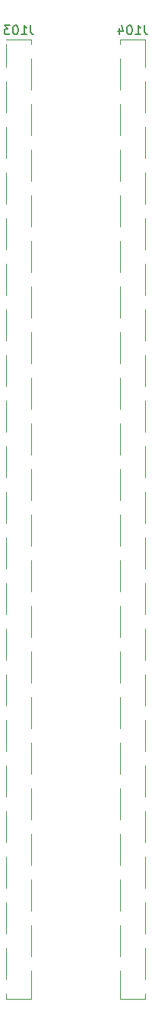
<source format=gbo>
G04 #@! TF.GenerationSoftware,KiCad,Pcbnew,9.0.6*
G04 #@! TF.CreationDate,2026-01-07T12:33:40-06:00*
G04 #@! TF.ProjectId,QFN-80_10x10_P0.4,51464e2d-3830-45f3-9130-7831305f5030,rev?*
G04 #@! TF.SameCoordinates,Original*
G04 #@! TF.FileFunction,Legend,Bot*
G04 #@! TF.FilePolarity,Positive*
%FSLAX46Y46*%
G04 Gerber Fmt 4.6, Leading zero omitted, Abs format (unit mm)*
G04 Created by KiCad (PCBNEW 9.0.6) date 2026-01-07 12:33:40*
%MOMM*%
%LPD*%
G01*
G04 APERTURE LIST*
%ADD10C,0.150000*%
%ADD11C,0.120000*%
%ADD12C,1.700000*%
%ADD13R,1.700000X1.700000*%
%ADD14R,2.510000X1.000000*%
G04 APERTURE END LIST*
D10*
X133365109Y-73275813D02*
X133365109Y-73990098D01*
X133365109Y-73990098D02*
X133412728Y-74132955D01*
X133412728Y-74132955D02*
X133507966Y-74228194D01*
X133507966Y-74228194D02*
X133650823Y-74275813D01*
X133650823Y-74275813D02*
X133746061Y-74275813D01*
X132365109Y-74275813D02*
X132936537Y-74275813D01*
X132650823Y-74275813D02*
X132650823Y-73275813D01*
X132650823Y-73275813D02*
X132746061Y-73418670D01*
X132746061Y-73418670D02*
X132841299Y-73513908D01*
X132841299Y-73513908D02*
X132936537Y-73561527D01*
X131746061Y-73275813D02*
X131650823Y-73275813D01*
X131650823Y-73275813D02*
X131555585Y-73323432D01*
X131555585Y-73323432D02*
X131507966Y-73371051D01*
X131507966Y-73371051D02*
X131460347Y-73466289D01*
X131460347Y-73466289D02*
X131412728Y-73656765D01*
X131412728Y-73656765D02*
X131412728Y-73894860D01*
X131412728Y-73894860D02*
X131460347Y-74085336D01*
X131460347Y-74085336D02*
X131507966Y-74180574D01*
X131507966Y-74180574D02*
X131555585Y-74228194D01*
X131555585Y-74228194D02*
X131650823Y-74275813D01*
X131650823Y-74275813D02*
X131746061Y-74275813D01*
X131746061Y-74275813D02*
X131841299Y-74228194D01*
X131841299Y-74228194D02*
X131888918Y-74180574D01*
X131888918Y-74180574D02*
X131936537Y-74085336D01*
X131936537Y-74085336D02*
X131984156Y-73894860D01*
X131984156Y-73894860D02*
X131984156Y-73656765D01*
X131984156Y-73656765D02*
X131936537Y-73466289D01*
X131936537Y-73466289D02*
X131888918Y-73371051D01*
X131888918Y-73371051D02*
X131841299Y-73323432D01*
X131841299Y-73323432D02*
X131746061Y-73275813D01*
X131079394Y-73275813D02*
X130460347Y-73275813D01*
X130460347Y-73275813D02*
X130793680Y-73656765D01*
X130793680Y-73656765D02*
X130650823Y-73656765D01*
X130650823Y-73656765D02*
X130555585Y-73704384D01*
X130555585Y-73704384D02*
X130507966Y-73752003D01*
X130507966Y-73752003D02*
X130460347Y-73847241D01*
X130460347Y-73847241D02*
X130460347Y-74085336D01*
X130460347Y-74085336D02*
X130507966Y-74180574D01*
X130507966Y-74180574D02*
X130555585Y-74228194D01*
X130555585Y-74228194D02*
X130650823Y-74275813D01*
X130650823Y-74275813D02*
X130936537Y-74275813D01*
X130936537Y-74275813D02*
X131031775Y-74228194D01*
X131031775Y-74228194D02*
X131079394Y-74180574D01*
X146065996Y-73275813D02*
X146065996Y-73990098D01*
X146065996Y-73990098D02*
X146113615Y-74132955D01*
X146113615Y-74132955D02*
X146208853Y-74228194D01*
X146208853Y-74228194D02*
X146351710Y-74275813D01*
X146351710Y-74275813D02*
X146446948Y-74275813D01*
X145065996Y-74275813D02*
X145637424Y-74275813D01*
X145351710Y-74275813D02*
X145351710Y-73275813D01*
X145351710Y-73275813D02*
X145446948Y-73418670D01*
X145446948Y-73418670D02*
X145542186Y-73513908D01*
X145542186Y-73513908D02*
X145637424Y-73561527D01*
X144446948Y-73275813D02*
X144351710Y-73275813D01*
X144351710Y-73275813D02*
X144256472Y-73323432D01*
X144256472Y-73323432D02*
X144208853Y-73371051D01*
X144208853Y-73371051D02*
X144161234Y-73466289D01*
X144161234Y-73466289D02*
X144113615Y-73656765D01*
X144113615Y-73656765D02*
X144113615Y-73894860D01*
X144113615Y-73894860D02*
X144161234Y-74085336D01*
X144161234Y-74085336D02*
X144208853Y-74180574D01*
X144208853Y-74180574D02*
X144256472Y-74228194D01*
X144256472Y-74228194D02*
X144351710Y-74275813D01*
X144351710Y-74275813D02*
X144446948Y-74275813D01*
X144446948Y-74275813D02*
X144542186Y-74228194D01*
X144542186Y-74228194D02*
X144589805Y-74180574D01*
X144589805Y-74180574D02*
X144637424Y-74085336D01*
X144637424Y-74085336D02*
X144685043Y-73894860D01*
X144685043Y-73894860D02*
X144685043Y-73656765D01*
X144685043Y-73656765D02*
X144637424Y-73466289D01*
X144637424Y-73466289D02*
X144589805Y-73371051D01*
X144589805Y-73371051D02*
X144542186Y-73323432D01*
X144542186Y-73323432D02*
X144446948Y-73275813D01*
X143256472Y-73609146D02*
X143256472Y-74275813D01*
X143494567Y-73228194D02*
X143732662Y-73942479D01*
X143732662Y-73942479D02*
X143113615Y-73942479D01*
D11*
X130699395Y-75390994D02*
X130699395Y-77930994D01*
X130699395Y-79550994D02*
X130699395Y-83010994D01*
X130699395Y-84630994D02*
X130699395Y-88090994D01*
X130699395Y-89710994D02*
X130699395Y-93170994D01*
X130699395Y-94790994D02*
X130699395Y-98250994D01*
X130699395Y-99870994D02*
X130699395Y-103330994D01*
X130699395Y-104950994D02*
X130699395Y-108410994D01*
X130699395Y-110030994D02*
X130699395Y-113490994D01*
X130699395Y-115110994D02*
X130699395Y-118570994D01*
X130699395Y-120190994D02*
X130699395Y-123650994D01*
X130699395Y-125270994D02*
X130699395Y-128730994D01*
X130699395Y-130350994D02*
X130699395Y-133810994D01*
X130699395Y-135430994D02*
X130699395Y-138890994D01*
X130699395Y-140510994D02*
X130699395Y-143970994D01*
X130699395Y-145590994D02*
X130699395Y-149050994D01*
X130699395Y-150670994D02*
X130699395Y-154130994D01*
X130699395Y-155750994D02*
X130699395Y-159210994D01*
X130699395Y-160830994D02*
X130699395Y-164290994D01*
X130699395Y-165910994D02*
X130699395Y-169370994D01*
X130699395Y-170990994D02*
X130699395Y-174450994D01*
X130699395Y-176070994D02*
X130699395Y-176640994D01*
X133459395Y-74820994D02*
X130699395Y-74820994D01*
X133459395Y-74820994D02*
X133459395Y-75390994D01*
X133459395Y-77010994D02*
X133459395Y-80470994D01*
X133459395Y-82090994D02*
X133459395Y-85550994D01*
X133459395Y-87170994D02*
X133459395Y-90630994D01*
X133459395Y-92250994D02*
X133459395Y-95710994D01*
X133459395Y-97330994D02*
X133459395Y-100790994D01*
X133459395Y-102410994D02*
X133459395Y-105870994D01*
X133459395Y-107490994D02*
X133459395Y-110950994D01*
X133459395Y-112570994D02*
X133459395Y-116030994D01*
X133459395Y-117650994D02*
X133459395Y-121110994D01*
X133459395Y-122730994D02*
X133459395Y-126190994D01*
X133459395Y-127810994D02*
X133459395Y-131270994D01*
X133459395Y-132890994D02*
X133459395Y-136350994D01*
X133459395Y-137970994D02*
X133459395Y-141430994D01*
X133459395Y-143050994D02*
X133459395Y-146510994D01*
X133459395Y-148130994D02*
X133459395Y-151590994D01*
X133459395Y-153210994D02*
X133459395Y-156670994D01*
X133459395Y-158290994D02*
X133459395Y-161750994D01*
X133459395Y-163370994D02*
X133459395Y-166830994D01*
X133459395Y-168450994D02*
X133459395Y-171910994D01*
X133459395Y-173530994D02*
X133459395Y-176640994D01*
X130700605Y-176530000D02*
X130700605Y-179530000D01*
X130700605Y-181150000D02*
X130700605Y-181720000D01*
X133460605Y-175690000D02*
X133460605Y-176990000D01*
X133460605Y-178610000D02*
X133460605Y-181720000D01*
X133460605Y-181720000D02*
X130700605Y-181720000D01*
X143399718Y-175639244D02*
X143399718Y-176989244D01*
X143399718Y-178609244D02*
X143399718Y-181719244D01*
X146159718Y-176519244D02*
X146159718Y-179529244D01*
X146159718Y-176989244D02*
X146159718Y-179529244D01*
X146159718Y-181149244D02*
X146159718Y-181719244D01*
X146159718Y-181719244D02*
X143399718Y-181719244D01*
X143400282Y-74820994D02*
X143400282Y-75390994D01*
X143400282Y-77010994D02*
X143400282Y-80470994D01*
X143400282Y-82090994D02*
X143400282Y-85550994D01*
X143400282Y-87170994D02*
X143400282Y-90630994D01*
X143400282Y-92250994D02*
X143400282Y-95710994D01*
X143400282Y-97330994D02*
X143400282Y-100790994D01*
X143400282Y-102410994D02*
X143400282Y-105870994D01*
X143400282Y-107490994D02*
X143400282Y-110950994D01*
X143400282Y-112570994D02*
X143400282Y-116030994D01*
X143400282Y-117650994D02*
X143400282Y-121110994D01*
X143400282Y-122730994D02*
X143400282Y-126190994D01*
X143400282Y-127810994D02*
X143400282Y-131270994D01*
X143400282Y-132890994D02*
X143400282Y-136350994D01*
X143400282Y-137970994D02*
X143400282Y-141430994D01*
X143400282Y-143050994D02*
X143400282Y-146510994D01*
X143400282Y-148130994D02*
X143400282Y-151590994D01*
X143400282Y-153210994D02*
X143400282Y-156670994D01*
X143400282Y-158290994D02*
X143400282Y-161750994D01*
X143400282Y-163370994D02*
X143400282Y-166830994D01*
X143400282Y-168450994D02*
X143400282Y-171910994D01*
X143400282Y-173530994D02*
X143400282Y-176640994D01*
X146160282Y-74820994D02*
X143400282Y-74820994D01*
X146160282Y-74820994D02*
X146160282Y-77930994D01*
X146160282Y-75390994D02*
X146160282Y-77930994D01*
X146160282Y-79550994D02*
X146160282Y-83010994D01*
X146160282Y-84630994D02*
X146160282Y-88090994D01*
X146160282Y-89710994D02*
X146160282Y-93170994D01*
X146160282Y-94790994D02*
X146160282Y-98250994D01*
X146160282Y-99870994D02*
X146160282Y-103330994D01*
X146160282Y-104950994D02*
X146160282Y-108410994D01*
X146160282Y-110030994D02*
X146160282Y-113490994D01*
X146160282Y-115110994D02*
X146160282Y-118570994D01*
X146160282Y-120190994D02*
X146160282Y-123650994D01*
X146160282Y-125270994D02*
X146160282Y-128730994D01*
X146160282Y-130350994D02*
X146160282Y-133810994D01*
X146160282Y-135430994D02*
X146160282Y-138890994D01*
X146160282Y-140510994D02*
X146160282Y-143970994D01*
X146160282Y-145590994D02*
X146160282Y-149050994D01*
X146160282Y-150670994D02*
X146160282Y-154130994D01*
X146160282Y-155750994D02*
X146160282Y-159210994D01*
X146160282Y-160830994D02*
X146160282Y-164290994D01*
X146160282Y-165910994D02*
X146160282Y-169370994D01*
X146160282Y-170990994D02*
X146160282Y-174450994D01*
X146160282Y-176070994D02*
X146160282Y-176640994D01*
%LPC*%
D12*
X127000000Y-177800000D03*
X127000000Y-180340000D03*
X127000000Y-76200000D03*
D13*
X127000000Y-78740000D03*
D12*
X127000000Y-81280000D03*
X127000000Y-83820000D03*
X127000000Y-86360000D03*
X127000000Y-88900000D03*
X127000000Y-91440000D03*
X127000000Y-93980000D03*
X127000000Y-96520000D03*
X127000000Y-99060000D03*
X127000000Y-101600000D03*
X127000000Y-104140000D03*
X127000000Y-106680000D03*
X127000000Y-109220000D03*
X127000000Y-111760000D03*
X127000000Y-114300000D03*
X127000000Y-116840000D03*
X127000000Y-119380000D03*
X127000000Y-121920000D03*
X127000000Y-124460000D03*
X127000000Y-127000000D03*
X127000000Y-129540000D03*
X127000000Y-132080000D03*
X127000000Y-134620000D03*
X127000000Y-137160000D03*
X127000000Y-139700000D03*
X127000000Y-142240000D03*
X127000000Y-144780000D03*
X127000000Y-147320000D03*
X127000000Y-149860000D03*
X127000000Y-152400000D03*
X127000000Y-154940000D03*
X127000000Y-157480000D03*
X127000000Y-160020000D03*
X127000000Y-162560000D03*
X127000000Y-165100000D03*
X127000000Y-167640000D03*
X127000000Y-170180000D03*
X127000000Y-172720000D03*
X127000000Y-175260000D03*
X149860000Y-76200000D03*
X149860000Y-78740000D03*
X149860000Y-81280000D03*
X149860000Y-83820000D03*
X149860000Y-86360000D03*
X149860000Y-88900000D03*
X149860000Y-91440000D03*
X149860000Y-93980000D03*
X149860000Y-96520000D03*
X149860000Y-99060000D03*
X149860000Y-101600000D03*
X149860000Y-104140000D03*
X149860000Y-106680000D03*
X149860000Y-109220000D03*
X149860000Y-111760000D03*
X149860000Y-114300000D03*
X149860000Y-116840000D03*
X149860000Y-119380000D03*
X149860000Y-121920000D03*
X149860000Y-124460000D03*
X149860000Y-127000000D03*
X149860000Y-129540000D03*
X149860000Y-132080000D03*
X149860000Y-134620000D03*
X149860000Y-137160000D03*
X149860000Y-139700000D03*
X149860000Y-142240000D03*
X149860000Y-144780000D03*
X149860000Y-147320000D03*
X149860000Y-149860000D03*
X149860000Y-152400000D03*
X149860000Y-154940000D03*
X149860000Y-157480000D03*
X149860000Y-160020000D03*
X149860000Y-162560000D03*
X149860000Y-165100000D03*
X149860000Y-167640000D03*
X149860000Y-170180000D03*
X149860000Y-172720000D03*
X149860000Y-175260000D03*
X149860000Y-177800000D03*
X149860000Y-180340000D03*
D14*
X133734395Y-76200994D03*
X130424395Y-78740994D03*
X133734395Y-81280994D03*
X130424395Y-83820994D03*
X133734395Y-86360994D03*
X130424395Y-88900994D03*
X133734395Y-91440994D03*
X130424395Y-93980994D03*
X133734395Y-96520994D03*
X130424395Y-99060994D03*
X133734395Y-101600994D03*
X130424395Y-104140994D03*
X133734395Y-106680994D03*
X130424395Y-109220994D03*
X133734395Y-111760994D03*
X130424395Y-114300994D03*
X133734395Y-116840994D03*
X130424395Y-119380994D03*
X133734395Y-121920994D03*
X130424395Y-124460994D03*
X133734395Y-127000994D03*
X130424395Y-129540994D03*
X133734395Y-132080994D03*
X130424395Y-134620994D03*
X133734395Y-137160994D03*
X130424395Y-139700994D03*
X133734395Y-142240994D03*
X130424395Y-144780994D03*
X133734395Y-147320994D03*
X130424395Y-149860994D03*
X133734395Y-152400994D03*
X130424395Y-154940994D03*
X133734395Y-157480994D03*
X130424395Y-160020994D03*
X133734395Y-162560994D03*
X130424395Y-165100994D03*
X133734395Y-167640994D03*
X130424395Y-170180994D03*
X133734395Y-172720994D03*
X130424395Y-175260994D03*
X133735605Y-177800000D03*
X130425605Y-180340000D03*
X143124718Y-177799244D03*
X146434718Y-180339244D03*
X143125282Y-76200994D03*
X146435282Y-78740994D03*
X143125282Y-81280994D03*
X146435282Y-83820994D03*
X143125282Y-86360994D03*
X146435282Y-88900994D03*
X143125282Y-91440994D03*
X146435282Y-93980994D03*
X143125282Y-96520994D03*
X146435282Y-99060994D03*
X143125282Y-101600994D03*
X146435282Y-104140994D03*
X143125282Y-106680994D03*
X146435282Y-109220994D03*
X143125282Y-111760994D03*
X146435282Y-114300994D03*
X143125282Y-116840994D03*
X146435282Y-119380994D03*
X143125282Y-121920994D03*
X146435282Y-124460994D03*
X143125282Y-127000994D03*
X146435282Y-129540994D03*
X143125282Y-132080994D03*
X146435282Y-134620994D03*
X143125282Y-137160994D03*
X146435282Y-139700994D03*
X143125282Y-142240994D03*
X146435282Y-144780994D03*
X143125282Y-147320994D03*
X146435282Y-149860994D03*
X143125282Y-152400994D03*
X146435282Y-154940994D03*
X143125282Y-157480994D03*
X146435282Y-160020994D03*
X143125282Y-162560994D03*
X146435282Y-165100994D03*
X143125282Y-167640994D03*
X146435282Y-170180994D03*
X143125282Y-172720994D03*
X146435282Y-175260994D03*
%LPD*%
M02*

</source>
